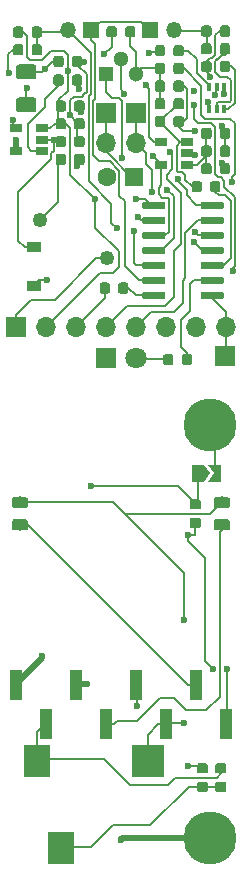
<source format=gbr>
G04 #@! TF.GenerationSoftware,KiCad,Pcbnew,5.99.0-unknown-c3175b4~86~ubuntu16.04.1*
G04 #@! TF.CreationDate,2019-12-09T10:27:28-08:00*
G04 #@! TF.ProjectId,wogglebug,776f6767-6c65-4627-9567-2e6b69636164,rev?*
G04 #@! TF.SameCoordinates,Original*
G04 #@! TF.FileFunction,Copper,L2,Bot*
G04 #@! TF.FilePolarity,Positive*
%FSLAX46Y46*%
G04 Gerber Fmt 4.6, Leading zero omitted, Abs format (unit mm)*
G04 Created by KiCad (PCBNEW 5.99.0-unknown-c3175b4~86~ubuntu16.04.1) date 2019-12-09 10:27:28*
%MOMM*%
%LPD*%
G04 APERTURE LIST*
%ADD10C,0.600000*%
%ADD11C,1.250000*%
%ADD12C,0.300000*%
%ADD13C,0.100000*%
%ADD14C,0.875000*%
%ADD15C,4.500000*%
%ADD16C,1.600000*%
%ADD17R,1.600000X1.600000*%
%ADD18O,1.350000X1.350000*%
%ADD19R,1.350000X1.350000*%
%ADD20R,1.700000X1.700000*%
%ADD21O,1.700000X1.700000*%
%ADD22R,1.200000X0.900000*%
%ADD23R,1.300000X1.300000*%
%ADD24C,1.300000*%
%ADD25R,1.060000X0.650000*%
%ADD26R,0.400000X0.650000*%
%ADD27R,2.800000X2.800000*%
%ADD28R,2.200000X2.800000*%
%ADD29C,1.800000*%
%ADD30R,1.800000X1.800000*%
%ADD31R,1.000000X2.510000*%
%ADD32C,0.975000*%
%ADD33C,0.150000*%
%ADD34C,0.500000*%
G04 APERTURE END LIST*
D10*
X147450000Y-139650000D03*
D11*
X143185417Y-117125000D03*
X148814583Y-120375000D03*
D12*
X156550000Y-138600000D03*
D13*
G36*
X157550000Y-138600000D02*
G01*
X157050000Y-139350000D01*
X156050000Y-139350000D01*
X156050000Y-137850000D01*
X157050000Y-137850000D01*
X157550000Y-138600000D01*
X157550000Y-138600000D01*
G37*
D12*
X158000000Y-138600000D03*
D13*
G36*
X158500000Y-139350000D02*
G01*
X157350000Y-139350000D01*
X157850000Y-138600000D01*
X157350000Y-137850000D01*
X158500000Y-137850000D01*
X158500000Y-139350000D01*
X158500000Y-139350000D01*
G37*
G36*
X156639962Y-140791651D02*
G01*
X156710930Y-140839070D01*
X156758349Y-140910038D01*
X156775000Y-140993750D01*
X156775000Y-141431250D01*
X156758349Y-141514962D01*
X156710930Y-141585930D01*
X156639962Y-141633349D01*
X156556250Y-141650000D01*
X156043750Y-141650000D01*
X155960038Y-141633349D01*
X155889070Y-141585930D01*
X155841651Y-141514962D01*
X155825000Y-141431250D01*
X155825000Y-140993750D01*
X155841651Y-140910038D01*
X155889070Y-140839070D01*
X155960038Y-140791651D01*
X156043750Y-140775000D01*
X156556250Y-140775000D01*
X156639962Y-140791651D01*
X156639962Y-140791651D01*
G37*
D14*
X156300000Y-141212500D03*
D13*
G36*
X156639962Y-142366651D02*
G01*
X156710930Y-142414070D01*
X156758349Y-142485038D01*
X156775000Y-142568750D01*
X156775000Y-143006250D01*
X156758349Y-143089962D01*
X156710930Y-143160930D01*
X156639962Y-143208349D01*
X156556250Y-143225000D01*
X156043750Y-143225000D01*
X155960038Y-143208349D01*
X155889070Y-143160930D01*
X155841651Y-143089962D01*
X155825000Y-143006250D01*
X155825000Y-142568750D01*
X155841651Y-142485038D01*
X155889070Y-142414070D01*
X155960038Y-142366651D01*
X156043750Y-142350000D01*
X156556250Y-142350000D01*
X156639962Y-142366651D01*
X156639962Y-142366651D01*
G37*
D14*
X156300000Y-142787500D03*
D15*
X157500000Y-134500000D03*
X157500000Y-169500000D03*
D13*
G36*
X148927462Y-122441651D02*
G01*
X148998430Y-122489070D01*
X149045849Y-122560038D01*
X149062500Y-122643750D01*
X149062500Y-123156250D01*
X149045849Y-123239962D01*
X148998430Y-123310930D01*
X148927462Y-123358349D01*
X148843750Y-123375000D01*
X148406250Y-123375000D01*
X148322538Y-123358349D01*
X148251570Y-123310930D01*
X148204151Y-123239962D01*
X148187500Y-123156250D01*
X148187500Y-122643750D01*
X148204151Y-122560038D01*
X148251570Y-122489070D01*
X148322538Y-122441651D01*
X148406250Y-122425000D01*
X148843750Y-122425000D01*
X148927462Y-122441651D01*
X148927462Y-122441651D01*
G37*
D14*
X148625000Y-122900000D03*
D13*
G36*
X150502462Y-122441651D02*
G01*
X150573430Y-122489070D01*
X150620849Y-122560038D01*
X150637500Y-122643750D01*
X150637500Y-123156250D01*
X150620849Y-123239962D01*
X150573430Y-123310930D01*
X150502462Y-123358349D01*
X150418750Y-123375000D01*
X149981250Y-123375000D01*
X149897538Y-123358349D01*
X149826570Y-123310930D01*
X149779151Y-123239962D01*
X149762500Y-123156250D01*
X149762500Y-122643750D01*
X149779151Y-122560038D01*
X149826570Y-122489070D01*
X149897538Y-122441651D01*
X149981250Y-122425000D01*
X150418750Y-122425000D01*
X150502462Y-122441651D01*
X150502462Y-122441651D01*
G37*
D14*
X150200000Y-122900000D03*
D13*
G36*
X145014962Y-104841651D02*
G01*
X145085930Y-104889070D01*
X145133349Y-104960038D01*
X145150000Y-105043750D01*
X145150000Y-105556250D01*
X145133349Y-105639962D01*
X145085930Y-105710930D01*
X145014962Y-105758349D01*
X144931250Y-105775000D01*
X144493750Y-105775000D01*
X144410038Y-105758349D01*
X144339070Y-105710930D01*
X144291651Y-105639962D01*
X144275000Y-105556250D01*
X144275000Y-105043750D01*
X144291651Y-104960038D01*
X144339070Y-104889070D01*
X144410038Y-104841651D01*
X144493750Y-104825000D01*
X144931250Y-104825000D01*
X145014962Y-104841651D01*
X145014962Y-104841651D01*
G37*
D14*
X144712500Y-105300000D03*
D13*
G36*
X146589962Y-104841651D02*
G01*
X146660930Y-104889070D01*
X146708349Y-104960038D01*
X146725000Y-105043750D01*
X146725000Y-105556250D01*
X146708349Y-105639962D01*
X146660930Y-105710930D01*
X146589962Y-105758349D01*
X146506250Y-105775000D01*
X146068750Y-105775000D01*
X145985038Y-105758349D01*
X145914070Y-105710930D01*
X145866651Y-105639962D01*
X145850000Y-105556250D01*
X145850000Y-105043750D01*
X145866651Y-104960038D01*
X145914070Y-104889070D01*
X145985038Y-104841651D01*
X146068750Y-104825000D01*
X146506250Y-104825000D01*
X146589962Y-104841651D01*
X146589962Y-104841651D01*
G37*
D14*
X146287500Y-105300000D03*
D13*
G36*
X159109962Y-112341651D02*
G01*
X159180930Y-112389070D01*
X159228349Y-112460038D01*
X159245000Y-112543750D01*
X159245000Y-113056250D01*
X159228349Y-113139962D01*
X159180930Y-113210930D01*
X159109962Y-113258349D01*
X159026250Y-113275000D01*
X158588750Y-113275000D01*
X158505038Y-113258349D01*
X158434070Y-113210930D01*
X158386651Y-113139962D01*
X158370000Y-113056250D01*
X158370000Y-112543750D01*
X158386651Y-112460038D01*
X158434070Y-112389070D01*
X158505038Y-112341651D01*
X158588750Y-112325000D01*
X159026250Y-112325000D01*
X159109962Y-112341651D01*
X159109962Y-112341651D01*
G37*
D14*
X158807500Y-112800000D03*
D13*
G36*
X157534962Y-112341651D02*
G01*
X157605930Y-112389070D01*
X157653349Y-112460038D01*
X157670000Y-112543750D01*
X157670000Y-113056250D01*
X157653349Y-113139962D01*
X157605930Y-113210930D01*
X157534962Y-113258349D01*
X157451250Y-113275000D01*
X157013750Y-113275000D01*
X156930038Y-113258349D01*
X156859070Y-113210930D01*
X156811651Y-113139962D01*
X156795000Y-113056250D01*
X156795000Y-112543750D01*
X156811651Y-112460038D01*
X156859070Y-112389070D01*
X156930038Y-112341651D01*
X157013750Y-112325000D01*
X157451250Y-112325000D01*
X157534962Y-112341651D01*
X157534962Y-112341651D01*
G37*
D14*
X157232500Y-112800000D03*
D13*
G36*
X145014962Y-103241651D02*
G01*
X145085930Y-103289070D01*
X145133349Y-103360038D01*
X145150000Y-103443750D01*
X145150000Y-103956250D01*
X145133349Y-104039962D01*
X145085930Y-104110930D01*
X145014962Y-104158349D01*
X144931250Y-104175000D01*
X144493750Y-104175000D01*
X144410038Y-104158349D01*
X144339070Y-104110930D01*
X144291651Y-104039962D01*
X144275000Y-103956250D01*
X144275000Y-103443750D01*
X144291651Y-103360038D01*
X144339070Y-103289070D01*
X144410038Y-103241651D01*
X144493750Y-103225000D01*
X144931250Y-103225000D01*
X145014962Y-103241651D01*
X145014962Y-103241651D01*
G37*
D14*
X144712500Y-103700000D03*
D13*
G36*
X146589962Y-103241651D02*
G01*
X146660930Y-103289070D01*
X146708349Y-103360038D01*
X146725000Y-103443750D01*
X146725000Y-103956250D01*
X146708349Y-104039962D01*
X146660930Y-104110930D01*
X146589962Y-104158349D01*
X146506250Y-104175000D01*
X146068750Y-104175000D01*
X145985038Y-104158349D01*
X145914070Y-104110930D01*
X145866651Y-104039962D01*
X145850000Y-103956250D01*
X145850000Y-103443750D01*
X145866651Y-103360038D01*
X145914070Y-103289070D01*
X145985038Y-103241651D01*
X146068750Y-103225000D01*
X146506250Y-103225000D01*
X146589962Y-103241651D01*
X146589962Y-103241651D01*
G37*
D14*
X146287500Y-103700000D03*
D16*
X148800000Y-113500000D03*
D17*
X151100000Y-113500000D03*
D18*
X145500000Y-101100000D03*
D19*
X147500000Y-101100000D03*
D13*
G36*
X155189962Y-103841651D02*
G01*
X155260930Y-103889070D01*
X155308349Y-103960038D01*
X155325000Y-104043750D01*
X155325000Y-104556250D01*
X155308349Y-104639962D01*
X155260930Y-104710930D01*
X155189962Y-104758349D01*
X155106250Y-104775000D01*
X154668750Y-104775000D01*
X154585038Y-104758349D01*
X154514070Y-104710930D01*
X154466651Y-104639962D01*
X154450000Y-104556250D01*
X154450000Y-104043750D01*
X154466651Y-103960038D01*
X154514070Y-103889070D01*
X154585038Y-103841651D01*
X154668750Y-103825000D01*
X155106250Y-103825000D01*
X155189962Y-103841651D01*
X155189962Y-103841651D01*
G37*
D14*
X154887500Y-104300000D03*
D13*
G36*
X153614962Y-103841651D02*
G01*
X153685930Y-103889070D01*
X153733349Y-103960038D01*
X153750000Y-104043750D01*
X153750000Y-104556250D01*
X153733349Y-104639962D01*
X153685930Y-104710930D01*
X153614962Y-104758349D01*
X153531250Y-104775000D01*
X153093750Y-104775000D01*
X153010038Y-104758349D01*
X152939070Y-104710930D01*
X152891651Y-104639962D01*
X152875000Y-104556250D01*
X152875000Y-104043750D01*
X152891651Y-103960038D01*
X152939070Y-103889070D01*
X153010038Y-103841651D01*
X153093750Y-103825000D01*
X153531250Y-103825000D01*
X153614962Y-103841651D01*
X153614962Y-103841651D01*
G37*
D14*
X153312500Y-104300000D03*
D20*
X148735000Y-108060000D03*
D21*
X148735000Y-110600000D03*
D20*
X151275000Y-108060000D03*
D21*
X151275000Y-110600000D03*
D13*
G36*
X159109962Y-100691651D02*
G01*
X159180930Y-100739070D01*
X159228349Y-100810038D01*
X159245000Y-100893750D01*
X159245000Y-101406250D01*
X159228349Y-101489962D01*
X159180930Y-101560930D01*
X159109962Y-101608349D01*
X159026250Y-101625000D01*
X158588750Y-101625000D01*
X158505038Y-101608349D01*
X158434070Y-101560930D01*
X158386651Y-101489962D01*
X158370000Y-101406250D01*
X158370000Y-100893750D01*
X158386651Y-100810038D01*
X158434070Y-100739070D01*
X158505038Y-100691651D01*
X158588750Y-100675000D01*
X159026250Y-100675000D01*
X159109962Y-100691651D01*
X159109962Y-100691651D01*
G37*
D14*
X158807500Y-101150000D03*
D13*
G36*
X157534962Y-100691651D02*
G01*
X157605930Y-100739070D01*
X157653349Y-100810038D01*
X157670000Y-100893750D01*
X157670000Y-101406250D01*
X157653349Y-101489962D01*
X157605930Y-101560930D01*
X157534962Y-101608349D01*
X157451250Y-101625000D01*
X157013750Y-101625000D01*
X156930038Y-101608349D01*
X156859070Y-101560930D01*
X156811651Y-101489962D01*
X156795000Y-101406250D01*
X156795000Y-100893750D01*
X156811651Y-100810038D01*
X156859070Y-100739070D01*
X156930038Y-100691651D01*
X157013750Y-100675000D01*
X157451250Y-100675000D01*
X157534962Y-100691651D01*
X157534962Y-100691651D01*
G37*
D14*
X157232500Y-101150000D03*
D13*
G36*
X145214962Y-107041651D02*
G01*
X145285930Y-107089070D01*
X145333349Y-107160038D01*
X145350000Y-107243750D01*
X145350000Y-107756250D01*
X145333349Y-107839962D01*
X145285930Y-107910930D01*
X145214962Y-107958349D01*
X145131250Y-107975000D01*
X144693750Y-107975000D01*
X144610038Y-107958349D01*
X144539070Y-107910930D01*
X144491651Y-107839962D01*
X144475000Y-107756250D01*
X144475000Y-107243750D01*
X144491651Y-107160038D01*
X144539070Y-107089070D01*
X144610038Y-107041651D01*
X144693750Y-107025000D01*
X145131250Y-107025000D01*
X145214962Y-107041651D01*
X145214962Y-107041651D01*
G37*
D14*
X144912500Y-107500000D03*
D13*
G36*
X146789962Y-107041651D02*
G01*
X146860930Y-107089070D01*
X146908349Y-107160038D01*
X146925000Y-107243750D01*
X146925000Y-107756250D01*
X146908349Y-107839962D01*
X146860930Y-107910930D01*
X146789962Y-107958349D01*
X146706250Y-107975000D01*
X146268750Y-107975000D01*
X146185038Y-107958349D01*
X146114070Y-107910930D01*
X146066651Y-107839962D01*
X146050000Y-107756250D01*
X146050000Y-107243750D01*
X146066651Y-107160038D01*
X146114070Y-107089070D01*
X146185038Y-107041651D01*
X146268750Y-107025000D01*
X146706250Y-107025000D01*
X146789962Y-107041651D01*
X146789962Y-107041651D01*
G37*
D14*
X146487500Y-107500000D03*
D21*
X158900000Y-126200000D03*
X156360000Y-126200000D03*
X153820000Y-126200000D03*
X151280000Y-126200000D03*
X148740000Y-126200000D03*
X146200000Y-126200000D03*
X143660000Y-126200000D03*
D20*
X141120000Y-126200000D03*
D13*
G36*
X156714962Y-113841651D02*
G01*
X156785930Y-113889070D01*
X156833349Y-113960038D01*
X156850000Y-114043750D01*
X156850000Y-114556250D01*
X156833349Y-114639962D01*
X156785930Y-114710930D01*
X156714962Y-114758349D01*
X156631250Y-114775000D01*
X156193750Y-114775000D01*
X156110038Y-114758349D01*
X156039070Y-114710930D01*
X155991651Y-114639962D01*
X155975000Y-114556250D01*
X155975000Y-114043750D01*
X155991651Y-113960038D01*
X156039070Y-113889070D01*
X156110038Y-113841651D01*
X156193750Y-113825000D01*
X156631250Y-113825000D01*
X156714962Y-113841651D01*
X156714962Y-113841651D01*
G37*
D14*
X156412500Y-114300000D03*
D13*
G36*
X158289962Y-113841651D02*
G01*
X158360930Y-113889070D01*
X158408349Y-113960038D01*
X158425000Y-114043750D01*
X158425000Y-114556250D01*
X158408349Y-114639962D01*
X158360930Y-114710930D01*
X158289962Y-114758349D01*
X158206250Y-114775000D01*
X157768750Y-114775000D01*
X157685038Y-114758349D01*
X157614070Y-114710930D01*
X157566651Y-114639962D01*
X157550000Y-114556250D01*
X157550000Y-114043750D01*
X157566651Y-113960038D01*
X157614070Y-113889070D01*
X157685038Y-113841651D01*
X157768750Y-113825000D01*
X158206250Y-113825000D01*
X158289962Y-113841651D01*
X158289962Y-113841651D01*
G37*
D14*
X157987500Y-114300000D03*
D13*
G36*
X149514962Y-100741651D02*
G01*
X149585930Y-100789070D01*
X149633349Y-100860038D01*
X149650000Y-100943750D01*
X149650000Y-101456250D01*
X149633349Y-101539962D01*
X149585930Y-101610930D01*
X149514962Y-101658349D01*
X149431250Y-101675000D01*
X148993750Y-101675000D01*
X148910038Y-101658349D01*
X148839070Y-101610930D01*
X148791651Y-101539962D01*
X148775000Y-101456250D01*
X148775000Y-100943750D01*
X148791651Y-100860038D01*
X148839070Y-100789070D01*
X148910038Y-100741651D01*
X148993750Y-100725000D01*
X149431250Y-100725000D01*
X149514962Y-100741651D01*
X149514962Y-100741651D01*
G37*
D14*
X149212500Y-101200000D03*
D13*
G36*
X151089962Y-100741651D02*
G01*
X151160930Y-100789070D01*
X151208349Y-100860038D01*
X151225000Y-100943750D01*
X151225000Y-101456250D01*
X151208349Y-101539962D01*
X151160930Y-101610930D01*
X151089962Y-101658349D01*
X151006250Y-101675000D01*
X150568750Y-101675000D01*
X150485038Y-101658349D01*
X150414070Y-101610930D01*
X150366651Y-101539962D01*
X150350000Y-101456250D01*
X150350000Y-100943750D01*
X150366651Y-100860038D01*
X150414070Y-100789070D01*
X150485038Y-100741651D01*
X150568750Y-100725000D01*
X151006250Y-100725000D01*
X151089962Y-100741651D01*
X151089962Y-100741651D01*
G37*
D14*
X150787500Y-101200000D03*
D22*
X142600000Y-122750000D03*
X142600000Y-119450000D03*
D13*
G36*
X141595462Y-102271651D02*
G01*
X141666430Y-102319070D01*
X141713849Y-102390038D01*
X141730500Y-102473750D01*
X141730500Y-102986250D01*
X141713849Y-103069962D01*
X141666430Y-103140930D01*
X141595462Y-103188349D01*
X141511750Y-103205000D01*
X141074250Y-103205000D01*
X140990538Y-103188349D01*
X140919570Y-103140930D01*
X140872151Y-103069962D01*
X140855500Y-102986250D01*
X140855500Y-102473750D01*
X140872151Y-102390038D01*
X140919570Y-102319070D01*
X140990538Y-102271651D01*
X141074250Y-102255000D01*
X141511750Y-102255000D01*
X141595462Y-102271651D01*
X141595462Y-102271651D01*
G37*
D14*
X141293000Y-102730000D03*
D13*
G36*
X143170462Y-102271651D02*
G01*
X143241430Y-102319070D01*
X143288849Y-102390038D01*
X143305500Y-102473750D01*
X143305500Y-102986250D01*
X143288849Y-103069962D01*
X143241430Y-103140930D01*
X143170462Y-103188349D01*
X143086750Y-103205000D01*
X142649250Y-103205000D01*
X142565538Y-103188349D01*
X142494570Y-103140930D01*
X142447151Y-103069962D01*
X142430500Y-102986250D01*
X142430500Y-102473750D01*
X142447151Y-102390038D01*
X142494570Y-102319070D01*
X142565538Y-102271651D01*
X142649250Y-102255000D01*
X143086750Y-102255000D01*
X143170462Y-102271651D01*
X143170462Y-102271651D01*
G37*
D14*
X142868000Y-102730000D03*
D13*
G36*
X146789962Y-110041651D02*
G01*
X146860930Y-110089070D01*
X146908349Y-110160038D01*
X146925000Y-110243750D01*
X146925000Y-110756250D01*
X146908349Y-110839962D01*
X146860930Y-110910930D01*
X146789962Y-110958349D01*
X146706250Y-110975000D01*
X146268750Y-110975000D01*
X146185038Y-110958349D01*
X146114070Y-110910930D01*
X146066651Y-110839962D01*
X146050000Y-110756250D01*
X146050000Y-110243750D01*
X146066651Y-110160038D01*
X146114070Y-110089070D01*
X146185038Y-110041651D01*
X146268750Y-110025000D01*
X146706250Y-110025000D01*
X146789962Y-110041651D01*
X146789962Y-110041651D01*
G37*
D14*
X146487500Y-110500000D03*
D13*
G36*
X145214962Y-110041651D02*
G01*
X145285930Y-110089070D01*
X145333349Y-110160038D01*
X145350000Y-110243750D01*
X145350000Y-110756250D01*
X145333349Y-110839962D01*
X145285930Y-110910930D01*
X145214962Y-110958349D01*
X145131250Y-110975000D01*
X144693750Y-110975000D01*
X144610038Y-110958349D01*
X144539070Y-110910930D01*
X144491651Y-110839962D01*
X144475000Y-110756250D01*
X144475000Y-110243750D01*
X144491651Y-110160038D01*
X144539070Y-110089070D01*
X144610038Y-110041651D01*
X144693750Y-110025000D01*
X145131250Y-110025000D01*
X145214962Y-110041651D01*
X145214962Y-110041651D01*
G37*
D14*
X144912500Y-110500000D03*
D13*
G36*
X153657403Y-115601418D02*
G01*
X153706066Y-115633934D01*
X153738582Y-115682597D01*
X153750000Y-115740000D01*
X153750000Y-116040000D01*
X153738582Y-116097403D01*
X153706066Y-116146066D01*
X153657403Y-116178582D01*
X153600000Y-116190000D01*
X151950000Y-116190000D01*
X151892597Y-116178582D01*
X151843934Y-116146066D01*
X151811418Y-116097403D01*
X151800000Y-116040000D01*
X151800000Y-115740000D01*
X151811418Y-115682597D01*
X151843934Y-115633934D01*
X151892597Y-115601418D01*
X151950000Y-115590000D01*
X153600000Y-115590000D01*
X153657403Y-115601418D01*
X153657403Y-115601418D01*
G37*
D10*
X152775000Y-115890000D03*
D13*
G36*
X153657403Y-116871418D02*
G01*
X153706066Y-116903934D01*
X153738582Y-116952597D01*
X153750000Y-117010000D01*
X153750000Y-117310000D01*
X153738582Y-117367403D01*
X153706066Y-117416066D01*
X153657403Y-117448582D01*
X153600000Y-117460000D01*
X151950000Y-117460000D01*
X151892597Y-117448582D01*
X151843934Y-117416066D01*
X151811418Y-117367403D01*
X151800000Y-117310000D01*
X151800000Y-117010000D01*
X151811418Y-116952597D01*
X151843934Y-116903934D01*
X151892597Y-116871418D01*
X151950000Y-116860000D01*
X153600000Y-116860000D01*
X153657403Y-116871418D01*
X153657403Y-116871418D01*
G37*
D10*
X152775000Y-117160000D03*
D13*
G36*
X153657403Y-118141418D02*
G01*
X153706066Y-118173934D01*
X153738582Y-118222597D01*
X153750000Y-118280000D01*
X153750000Y-118580000D01*
X153738582Y-118637403D01*
X153706066Y-118686066D01*
X153657403Y-118718582D01*
X153600000Y-118730000D01*
X151950000Y-118730000D01*
X151892597Y-118718582D01*
X151843934Y-118686066D01*
X151811418Y-118637403D01*
X151800000Y-118580000D01*
X151800000Y-118280000D01*
X151811418Y-118222597D01*
X151843934Y-118173934D01*
X151892597Y-118141418D01*
X151950000Y-118130000D01*
X153600000Y-118130000D01*
X153657403Y-118141418D01*
X153657403Y-118141418D01*
G37*
D10*
X152775000Y-118430000D03*
D13*
G36*
X153657403Y-119411418D02*
G01*
X153706066Y-119443934D01*
X153738582Y-119492597D01*
X153750000Y-119550000D01*
X153750000Y-119850000D01*
X153738582Y-119907403D01*
X153706066Y-119956066D01*
X153657403Y-119988582D01*
X153600000Y-120000000D01*
X151950000Y-120000000D01*
X151892597Y-119988582D01*
X151843934Y-119956066D01*
X151811418Y-119907403D01*
X151800000Y-119850000D01*
X151800000Y-119550000D01*
X151811418Y-119492597D01*
X151843934Y-119443934D01*
X151892597Y-119411418D01*
X151950000Y-119400000D01*
X153600000Y-119400000D01*
X153657403Y-119411418D01*
X153657403Y-119411418D01*
G37*
D10*
X152775000Y-119700000D03*
D13*
G36*
X153657403Y-120681418D02*
G01*
X153706066Y-120713934D01*
X153738582Y-120762597D01*
X153750000Y-120820000D01*
X153750000Y-121120000D01*
X153738582Y-121177403D01*
X153706066Y-121226066D01*
X153657403Y-121258582D01*
X153600000Y-121270000D01*
X151950000Y-121270000D01*
X151892597Y-121258582D01*
X151843934Y-121226066D01*
X151811418Y-121177403D01*
X151800000Y-121120000D01*
X151800000Y-120820000D01*
X151811418Y-120762597D01*
X151843934Y-120713934D01*
X151892597Y-120681418D01*
X151950000Y-120670000D01*
X153600000Y-120670000D01*
X153657403Y-120681418D01*
X153657403Y-120681418D01*
G37*
D10*
X152775000Y-120970000D03*
D13*
G36*
X153657403Y-121951418D02*
G01*
X153706066Y-121983934D01*
X153738582Y-122032597D01*
X153750000Y-122090000D01*
X153750000Y-122390000D01*
X153738582Y-122447403D01*
X153706066Y-122496066D01*
X153657403Y-122528582D01*
X153600000Y-122540000D01*
X151950000Y-122540000D01*
X151892597Y-122528582D01*
X151843934Y-122496066D01*
X151811418Y-122447403D01*
X151800000Y-122390000D01*
X151800000Y-122090000D01*
X151811418Y-122032597D01*
X151843934Y-121983934D01*
X151892597Y-121951418D01*
X151950000Y-121940000D01*
X153600000Y-121940000D01*
X153657403Y-121951418D01*
X153657403Y-121951418D01*
G37*
D10*
X152775000Y-122240000D03*
D13*
G36*
X153657403Y-123221418D02*
G01*
X153706066Y-123253934D01*
X153738582Y-123302597D01*
X153750000Y-123360000D01*
X153750000Y-123660000D01*
X153738582Y-123717403D01*
X153706066Y-123766066D01*
X153657403Y-123798582D01*
X153600000Y-123810000D01*
X151950000Y-123810000D01*
X151892597Y-123798582D01*
X151843934Y-123766066D01*
X151811418Y-123717403D01*
X151800000Y-123660000D01*
X151800000Y-123360000D01*
X151811418Y-123302597D01*
X151843934Y-123253934D01*
X151892597Y-123221418D01*
X151950000Y-123210000D01*
X153600000Y-123210000D01*
X153657403Y-123221418D01*
X153657403Y-123221418D01*
G37*
D10*
X152775000Y-123510000D03*
D13*
G36*
X158607403Y-123221418D02*
G01*
X158656066Y-123253934D01*
X158688582Y-123302597D01*
X158700000Y-123360000D01*
X158700000Y-123660000D01*
X158688582Y-123717403D01*
X158656066Y-123766066D01*
X158607403Y-123798582D01*
X158550000Y-123810000D01*
X156900000Y-123810000D01*
X156842597Y-123798582D01*
X156793934Y-123766066D01*
X156761418Y-123717403D01*
X156750000Y-123660000D01*
X156750000Y-123360000D01*
X156761418Y-123302597D01*
X156793934Y-123253934D01*
X156842597Y-123221418D01*
X156900000Y-123210000D01*
X158550000Y-123210000D01*
X158607403Y-123221418D01*
X158607403Y-123221418D01*
G37*
D10*
X157725000Y-123510000D03*
D13*
G36*
X158607403Y-121951418D02*
G01*
X158656066Y-121983934D01*
X158688582Y-122032597D01*
X158700000Y-122090000D01*
X158700000Y-122390000D01*
X158688582Y-122447403D01*
X158656066Y-122496066D01*
X158607403Y-122528582D01*
X158550000Y-122540000D01*
X156900000Y-122540000D01*
X156842597Y-122528582D01*
X156793934Y-122496066D01*
X156761418Y-122447403D01*
X156750000Y-122390000D01*
X156750000Y-122090000D01*
X156761418Y-122032597D01*
X156793934Y-121983934D01*
X156842597Y-121951418D01*
X156900000Y-121940000D01*
X158550000Y-121940000D01*
X158607403Y-121951418D01*
X158607403Y-121951418D01*
G37*
D10*
X157725000Y-122240000D03*
D13*
G36*
X158607403Y-120681418D02*
G01*
X158656066Y-120713934D01*
X158688582Y-120762597D01*
X158700000Y-120820000D01*
X158700000Y-121120000D01*
X158688582Y-121177403D01*
X158656066Y-121226066D01*
X158607403Y-121258582D01*
X158550000Y-121270000D01*
X156900000Y-121270000D01*
X156842597Y-121258582D01*
X156793934Y-121226066D01*
X156761418Y-121177403D01*
X156750000Y-121120000D01*
X156750000Y-120820000D01*
X156761418Y-120762597D01*
X156793934Y-120713934D01*
X156842597Y-120681418D01*
X156900000Y-120670000D01*
X158550000Y-120670000D01*
X158607403Y-120681418D01*
X158607403Y-120681418D01*
G37*
D10*
X157725000Y-120970000D03*
D13*
G36*
X158607403Y-119411418D02*
G01*
X158656066Y-119443934D01*
X158688582Y-119492597D01*
X158700000Y-119550000D01*
X158700000Y-119850000D01*
X158688582Y-119907403D01*
X158656066Y-119956066D01*
X158607403Y-119988582D01*
X158550000Y-120000000D01*
X156900000Y-120000000D01*
X156842597Y-119988582D01*
X156793934Y-119956066D01*
X156761418Y-119907403D01*
X156750000Y-119850000D01*
X156750000Y-119550000D01*
X156761418Y-119492597D01*
X156793934Y-119443934D01*
X156842597Y-119411418D01*
X156900000Y-119400000D01*
X158550000Y-119400000D01*
X158607403Y-119411418D01*
X158607403Y-119411418D01*
G37*
D10*
X157725000Y-119700000D03*
D13*
G36*
X158607403Y-118141418D02*
G01*
X158656066Y-118173934D01*
X158688582Y-118222597D01*
X158700000Y-118280000D01*
X158700000Y-118580000D01*
X158688582Y-118637403D01*
X158656066Y-118686066D01*
X158607403Y-118718582D01*
X158550000Y-118730000D01*
X156900000Y-118730000D01*
X156842597Y-118718582D01*
X156793934Y-118686066D01*
X156761418Y-118637403D01*
X156750000Y-118580000D01*
X156750000Y-118280000D01*
X156761418Y-118222597D01*
X156793934Y-118173934D01*
X156842597Y-118141418D01*
X156900000Y-118130000D01*
X158550000Y-118130000D01*
X158607403Y-118141418D01*
X158607403Y-118141418D01*
G37*
D10*
X157725000Y-118430000D03*
D13*
G36*
X158607403Y-116871418D02*
G01*
X158656066Y-116903934D01*
X158688582Y-116952597D01*
X158700000Y-117010000D01*
X158700000Y-117310000D01*
X158688582Y-117367403D01*
X158656066Y-117416066D01*
X158607403Y-117448582D01*
X158550000Y-117460000D01*
X156900000Y-117460000D01*
X156842597Y-117448582D01*
X156793934Y-117416066D01*
X156761418Y-117367403D01*
X156750000Y-117310000D01*
X156750000Y-117010000D01*
X156761418Y-116952597D01*
X156793934Y-116903934D01*
X156842597Y-116871418D01*
X156900000Y-116860000D01*
X158550000Y-116860000D01*
X158607403Y-116871418D01*
X158607403Y-116871418D01*
G37*
D10*
X157725000Y-117160000D03*
D13*
G36*
X158607403Y-115601418D02*
G01*
X158656066Y-115633934D01*
X158688582Y-115682597D01*
X158700000Y-115740000D01*
X158700000Y-116040000D01*
X158688582Y-116097403D01*
X158656066Y-116146066D01*
X158607403Y-116178582D01*
X158550000Y-116190000D01*
X156900000Y-116190000D01*
X156842597Y-116178582D01*
X156793934Y-116146066D01*
X156761418Y-116097403D01*
X156750000Y-116040000D01*
X156750000Y-115740000D01*
X156761418Y-115682597D01*
X156793934Y-115633934D01*
X156842597Y-115601418D01*
X156900000Y-115590000D01*
X158550000Y-115590000D01*
X158607403Y-115601418D01*
X158607403Y-115601418D01*
G37*
D10*
X157725000Y-115890000D03*
D23*
X148750000Y-104750000D03*
D24*
X151290000Y-104750000D03*
X150020000Y-103480000D03*
D13*
G36*
X155189962Y-108341651D02*
G01*
X155260930Y-108389070D01*
X155308349Y-108460038D01*
X155325000Y-108543750D01*
X155325000Y-109056250D01*
X155308349Y-109139962D01*
X155260930Y-109210930D01*
X155189962Y-109258349D01*
X155106250Y-109275000D01*
X154668750Y-109275000D01*
X154585038Y-109258349D01*
X154514070Y-109210930D01*
X154466651Y-109139962D01*
X154450000Y-109056250D01*
X154450000Y-108543750D01*
X154466651Y-108460038D01*
X154514070Y-108389070D01*
X154585038Y-108341651D01*
X154668750Y-108325000D01*
X155106250Y-108325000D01*
X155189962Y-108341651D01*
X155189962Y-108341651D01*
G37*
D14*
X154887500Y-108800000D03*
D13*
G36*
X153614962Y-108341651D02*
G01*
X153685930Y-108389070D01*
X153733349Y-108460038D01*
X153750000Y-108543750D01*
X153750000Y-109056250D01*
X153733349Y-109139962D01*
X153685930Y-109210930D01*
X153614962Y-109258349D01*
X153531250Y-109275000D01*
X153093750Y-109275000D01*
X153010038Y-109258349D01*
X152939070Y-109210930D01*
X152891651Y-109139962D01*
X152875000Y-109056250D01*
X152875000Y-108543750D01*
X152891651Y-108460038D01*
X152939070Y-108389070D01*
X153010038Y-108341651D01*
X153093750Y-108325000D01*
X153531250Y-108325000D01*
X153614962Y-108341651D01*
X153614962Y-108341651D01*
G37*
D14*
X153312500Y-108800000D03*
D13*
G36*
X142695671Y-106794030D02*
G01*
X142776777Y-106848223D01*
X142830970Y-106929329D01*
X142850000Y-107025000D01*
X142850000Y-107775000D01*
X142830970Y-107870671D01*
X142776777Y-107951777D01*
X142695671Y-108005970D01*
X142600000Y-108025000D01*
X141350000Y-108025000D01*
X141254329Y-108005970D01*
X141173223Y-107951777D01*
X141119030Y-107870671D01*
X141100000Y-107775000D01*
X141100000Y-107025000D01*
X141119030Y-106929329D01*
X141173223Y-106848223D01*
X141254329Y-106794030D01*
X141350000Y-106775000D01*
X142600000Y-106775000D01*
X142695671Y-106794030D01*
X142695671Y-106794030D01*
G37*
D11*
X141975000Y-107400000D03*
D13*
G36*
X142695671Y-103994030D02*
G01*
X142776777Y-104048223D01*
X142830970Y-104129329D01*
X142850000Y-104225000D01*
X142850000Y-104975000D01*
X142830970Y-105070671D01*
X142776777Y-105151777D01*
X142695671Y-105205970D01*
X142600000Y-105225000D01*
X141350000Y-105225000D01*
X141254329Y-105205970D01*
X141173223Y-105151777D01*
X141119030Y-105070671D01*
X141100000Y-104975000D01*
X141100000Y-104225000D01*
X141119030Y-104129329D01*
X141173223Y-104048223D01*
X141254329Y-103994030D01*
X141350000Y-103975000D01*
X142600000Y-103975000D01*
X142695671Y-103994030D01*
X142695671Y-103994030D01*
G37*
D11*
X141975000Y-104600000D03*
D13*
G36*
X141595462Y-100771651D02*
G01*
X141666430Y-100819070D01*
X141713849Y-100890038D01*
X141730500Y-100973750D01*
X141730500Y-101486250D01*
X141713849Y-101569962D01*
X141666430Y-101640930D01*
X141595462Y-101688349D01*
X141511750Y-101705000D01*
X141074250Y-101705000D01*
X140990538Y-101688349D01*
X140919570Y-101640930D01*
X140872151Y-101569962D01*
X140855500Y-101486250D01*
X140855500Y-100973750D01*
X140872151Y-100890038D01*
X140919570Y-100819070D01*
X140990538Y-100771651D01*
X141074250Y-100755000D01*
X141511750Y-100755000D01*
X141595462Y-100771651D01*
X141595462Y-100771651D01*
G37*
D14*
X141293000Y-101230000D03*
D13*
G36*
X143170462Y-100771651D02*
G01*
X143241430Y-100819070D01*
X143288849Y-100890038D01*
X143305500Y-100973750D01*
X143305500Y-101486250D01*
X143288849Y-101569962D01*
X143241430Y-101640930D01*
X143170462Y-101688349D01*
X143086750Y-101705000D01*
X142649250Y-101705000D01*
X142565538Y-101688349D01*
X142494570Y-101640930D01*
X142447151Y-101569962D01*
X142430500Y-101486250D01*
X142430500Y-100973750D01*
X142447151Y-100890038D01*
X142494570Y-100819070D01*
X142565538Y-100771651D01*
X142649250Y-100755000D01*
X143086750Y-100755000D01*
X143170462Y-100771651D01*
X143170462Y-100771651D01*
G37*
D14*
X142868000Y-101230000D03*
D13*
G36*
X153614962Y-102341651D02*
G01*
X153685930Y-102389070D01*
X153733349Y-102460038D01*
X153750000Y-102543750D01*
X153750000Y-103056250D01*
X153733349Y-103139962D01*
X153685930Y-103210930D01*
X153614962Y-103258349D01*
X153531250Y-103275000D01*
X153093750Y-103275000D01*
X153010038Y-103258349D01*
X152939070Y-103210930D01*
X152891651Y-103139962D01*
X152875000Y-103056250D01*
X152875000Y-102543750D01*
X152891651Y-102460038D01*
X152939070Y-102389070D01*
X153010038Y-102341651D01*
X153093750Y-102325000D01*
X153531250Y-102325000D01*
X153614962Y-102341651D01*
X153614962Y-102341651D01*
G37*
D14*
X153312500Y-102800000D03*
D13*
G36*
X155189962Y-102341651D02*
G01*
X155260930Y-102389070D01*
X155308349Y-102460038D01*
X155325000Y-102543750D01*
X155325000Y-103056250D01*
X155308349Y-103139962D01*
X155260930Y-103210930D01*
X155189962Y-103258349D01*
X155106250Y-103275000D01*
X154668750Y-103275000D01*
X154585038Y-103258349D01*
X154514070Y-103210930D01*
X154466651Y-103139962D01*
X154450000Y-103056250D01*
X154450000Y-102543750D01*
X154466651Y-102460038D01*
X154514070Y-102389070D01*
X154585038Y-102341651D01*
X154668750Y-102325000D01*
X155106250Y-102325000D01*
X155189962Y-102341651D01*
X155189962Y-102341651D01*
G37*
D14*
X154887500Y-102800000D03*
D18*
X154500000Y-101100000D03*
D19*
X152500000Y-101100000D03*
D13*
G36*
X157534962Y-102191651D02*
G01*
X157605930Y-102239070D01*
X157653349Y-102310038D01*
X157670000Y-102393750D01*
X157670000Y-102906250D01*
X157653349Y-102989962D01*
X157605930Y-103060930D01*
X157534962Y-103108349D01*
X157451250Y-103125000D01*
X157013750Y-103125000D01*
X156930038Y-103108349D01*
X156859070Y-103060930D01*
X156811651Y-102989962D01*
X156795000Y-102906250D01*
X156795000Y-102393750D01*
X156811651Y-102310038D01*
X156859070Y-102239070D01*
X156930038Y-102191651D01*
X157013750Y-102175000D01*
X157451250Y-102175000D01*
X157534962Y-102191651D01*
X157534962Y-102191651D01*
G37*
D14*
X157232500Y-102650000D03*
D13*
G36*
X159109962Y-102191651D02*
G01*
X159180930Y-102239070D01*
X159228349Y-102310038D01*
X159245000Y-102393750D01*
X159245000Y-102906250D01*
X159228349Y-102989962D01*
X159180930Y-103060930D01*
X159109962Y-103108349D01*
X159026250Y-103125000D01*
X158588750Y-103125000D01*
X158505038Y-103108349D01*
X158434070Y-103060930D01*
X158386651Y-102989962D01*
X158370000Y-102906250D01*
X158370000Y-102393750D01*
X158386651Y-102310038D01*
X158434070Y-102239070D01*
X158505038Y-102191651D01*
X158588750Y-102175000D01*
X159026250Y-102175000D01*
X159109962Y-102191651D01*
X159109962Y-102191651D01*
G37*
D14*
X158807500Y-102650000D03*
D13*
G36*
X155189962Y-106841651D02*
G01*
X155260930Y-106889070D01*
X155308349Y-106960038D01*
X155325000Y-107043750D01*
X155325000Y-107556250D01*
X155308349Y-107639962D01*
X155260930Y-107710930D01*
X155189962Y-107758349D01*
X155106250Y-107775000D01*
X154668750Y-107775000D01*
X154585038Y-107758349D01*
X154514070Y-107710930D01*
X154466651Y-107639962D01*
X154450000Y-107556250D01*
X154450000Y-107043750D01*
X154466651Y-106960038D01*
X154514070Y-106889070D01*
X154585038Y-106841651D01*
X154668750Y-106825000D01*
X155106250Y-106825000D01*
X155189962Y-106841651D01*
X155189962Y-106841651D01*
G37*
D14*
X154887500Y-107300000D03*
D13*
G36*
X153614962Y-106841651D02*
G01*
X153685930Y-106889070D01*
X153733349Y-106960038D01*
X153750000Y-107043750D01*
X153750000Y-107556250D01*
X153733349Y-107639962D01*
X153685930Y-107710930D01*
X153614962Y-107758349D01*
X153531250Y-107775000D01*
X153093750Y-107775000D01*
X153010038Y-107758349D01*
X152939070Y-107710930D01*
X152891651Y-107639962D01*
X152875000Y-107556250D01*
X152875000Y-107043750D01*
X152891651Y-106960038D01*
X152939070Y-106889070D01*
X153010038Y-106841651D01*
X153093750Y-106825000D01*
X153531250Y-106825000D01*
X153614962Y-106841651D01*
X153614962Y-106841651D01*
G37*
D14*
X153312500Y-107300000D03*
D13*
G36*
X154314962Y-128491651D02*
G01*
X154385930Y-128539070D01*
X154433349Y-128610038D01*
X154450000Y-128693750D01*
X154450000Y-129206250D01*
X154433349Y-129289962D01*
X154385930Y-129360930D01*
X154314962Y-129408349D01*
X154231250Y-129425000D01*
X153793750Y-129425000D01*
X153710038Y-129408349D01*
X153639070Y-129360930D01*
X153591651Y-129289962D01*
X153575000Y-129206250D01*
X153575000Y-128693750D01*
X153591651Y-128610038D01*
X153639070Y-128539070D01*
X153710038Y-128491651D01*
X153793750Y-128475000D01*
X154231250Y-128475000D01*
X154314962Y-128491651D01*
X154314962Y-128491651D01*
G37*
D14*
X154012500Y-128950000D03*
D13*
G36*
X155889962Y-128491651D02*
G01*
X155960930Y-128539070D01*
X156008349Y-128610038D01*
X156025000Y-128693750D01*
X156025000Y-129206250D01*
X156008349Y-129289962D01*
X155960930Y-129360930D01*
X155889962Y-129408349D01*
X155806250Y-129425000D01*
X155368750Y-129425000D01*
X155285038Y-129408349D01*
X155214070Y-129360930D01*
X155166651Y-129289962D01*
X155150000Y-129206250D01*
X155150000Y-128693750D01*
X155166651Y-128610038D01*
X155214070Y-128539070D01*
X155285038Y-128491651D01*
X155368750Y-128475000D01*
X155806250Y-128475000D01*
X155889962Y-128491651D01*
X155889962Y-128491651D01*
G37*
D14*
X155587500Y-128950000D03*
D25*
X141100000Y-109400000D03*
X141100000Y-111300000D03*
X143300000Y-111300000D03*
X143300000Y-110350000D03*
X143300000Y-109400000D03*
D13*
G36*
X157534962Y-103691651D02*
G01*
X157605930Y-103739070D01*
X157653349Y-103810038D01*
X157670000Y-103893750D01*
X157670000Y-104406250D01*
X157653349Y-104489962D01*
X157605930Y-104560930D01*
X157534962Y-104608349D01*
X157451250Y-104625000D01*
X157013750Y-104625000D01*
X156930038Y-104608349D01*
X156859070Y-104560930D01*
X156811651Y-104489962D01*
X156795000Y-104406250D01*
X156795000Y-103893750D01*
X156811651Y-103810038D01*
X156859070Y-103739070D01*
X156930038Y-103691651D01*
X157013750Y-103675000D01*
X157451250Y-103675000D01*
X157534962Y-103691651D01*
X157534962Y-103691651D01*
G37*
D14*
X157232500Y-104150000D03*
D13*
G36*
X159109962Y-103691651D02*
G01*
X159180930Y-103739070D01*
X159228349Y-103810038D01*
X159245000Y-103893750D01*
X159245000Y-104406250D01*
X159228349Y-104489962D01*
X159180930Y-104560930D01*
X159109962Y-104608349D01*
X159026250Y-104625000D01*
X158588750Y-104625000D01*
X158505038Y-104608349D01*
X158434070Y-104560930D01*
X158386651Y-104489962D01*
X158370000Y-104406250D01*
X158370000Y-103893750D01*
X158386651Y-103810038D01*
X158434070Y-103739070D01*
X158505038Y-103691651D01*
X158588750Y-103675000D01*
X159026250Y-103675000D01*
X159109962Y-103691651D01*
X159109962Y-103691651D01*
G37*
D14*
X158807500Y-104150000D03*
D25*
X153400000Y-110550000D03*
X153400000Y-112450000D03*
X155600000Y-112450000D03*
X155600000Y-111500000D03*
X155600000Y-110550000D03*
D13*
G36*
X155189962Y-105341651D02*
G01*
X155260930Y-105389070D01*
X155308349Y-105460038D01*
X155325000Y-105543750D01*
X155325000Y-106056250D01*
X155308349Y-106139962D01*
X155260930Y-106210930D01*
X155189962Y-106258349D01*
X155106250Y-106275000D01*
X154668750Y-106275000D01*
X154585038Y-106258349D01*
X154514070Y-106210930D01*
X154466651Y-106139962D01*
X154450000Y-106056250D01*
X154450000Y-105543750D01*
X154466651Y-105460038D01*
X154514070Y-105389070D01*
X154585038Y-105341651D01*
X154668750Y-105325000D01*
X155106250Y-105325000D01*
X155189962Y-105341651D01*
X155189962Y-105341651D01*
G37*
D14*
X154887500Y-105800000D03*
D13*
G36*
X153614962Y-105341651D02*
G01*
X153685930Y-105389070D01*
X153733349Y-105460038D01*
X153750000Y-105543750D01*
X153750000Y-106056250D01*
X153733349Y-106139962D01*
X153685930Y-106210930D01*
X153614962Y-106258349D01*
X153531250Y-106275000D01*
X153093750Y-106275000D01*
X153010038Y-106258349D01*
X152939070Y-106210930D01*
X152891651Y-106139962D01*
X152875000Y-106056250D01*
X152875000Y-105543750D01*
X152891651Y-105460038D01*
X152939070Y-105389070D01*
X153010038Y-105341651D01*
X153093750Y-105325000D01*
X153531250Y-105325000D01*
X153614962Y-105341651D01*
X153614962Y-105341651D01*
G37*
D14*
X153312500Y-105800000D03*
D26*
X157450000Y-107750000D03*
X158750000Y-107750000D03*
X158100000Y-105850000D03*
X158100000Y-107750000D03*
X158750000Y-105850000D03*
X157450000Y-105850000D03*
D13*
G36*
X157534962Y-109341651D02*
G01*
X157605930Y-109389070D01*
X157653349Y-109460038D01*
X157670000Y-109543750D01*
X157670000Y-110056250D01*
X157653349Y-110139962D01*
X157605930Y-110210930D01*
X157534962Y-110258349D01*
X157451250Y-110275000D01*
X157013750Y-110275000D01*
X156930038Y-110258349D01*
X156859070Y-110210930D01*
X156811651Y-110139962D01*
X156795000Y-110056250D01*
X156795000Y-109543750D01*
X156811651Y-109460038D01*
X156859070Y-109389070D01*
X156930038Y-109341651D01*
X157013750Y-109325000D01*
X157451250Y-109325000D01*
X157534962Y-109341651D01*
X157534962Y-109341651D01*
G37*
D14*
X157232500Y-109800000D03*
D13*
G36*
X159109962Y-109341651D02*
G01*
X159180930Y-109389070D01*
X159228349Y-109460038D01*
X159245000Y-109543750D01*
X159245000Y-110056250D01*
X159228349Y-110139962D01*
X159180930Y-110210930D01*
X159109962Y-110258349D01*
X159026250Y-110275000D01*
X158588750Y-110275000D01*
X158505038Y-110258349D01*
X158434070Y-110210930D01*
X158386651Y-110139962D01*
X158370000Y-110056250D01*
X158370000Y-109543750D01*
X158386651Y-109460038D01*
X158434070Y-109389070D01*
X158505038Y-109341651D01*
X158588750Y-109325000D01*
X159026250Y-109325000D01*
X159109962Y-109341651D01*
X159109962Y-109341651D01*
G37*
D14*
X158807500Y-109800000D03*
D13*
G36*
X146789962Y-111541651D02*
G01*
X146860930Y-111589070D01*
X146908349Y-111660038D01*
X146925000Y-111743750D01*
X146925000Y-112256250D01*
X146908349Y-112339962D01*
X146860930Y-112410930D01*
X146789962Y-112458349D01*
X146706250Y-112475000D01*
X146268750Y-112475000D01*
X146185038Y-112458349D01*
X146114070Y-112410930D01*
X146066651Y-112339962D01*
X146050000Y-112256250D01*
X146050000Y-111743750D01*
X146066651Y-111660038D01*
X146114070Y-111589070D01*
X146185038Y-111541651D01*
X146268750Y-111525000D01*
X146706250Y-111525000D01*
X146789962Y-111541651D01*
X146789962Y-111541651D01*
G37*
D14*
X146487500Y-112000000D03*
D13*
G36*
X145214962Y-111541651D02*
G01*
X145285930Y-111589070D01*
X145333349Y-111660038D01*
X145350000Y-111743750D01*
X145350000Y-112256250D01*
X145333349Y-112339962D01*
X145285930Y-112410930D01*
X145214962Y-112458349D01*
X145131250Y-112475000D01*
X144693750Y-112475000D01*
X144610038Y-112458349D01*
X144539070Y-112410930D01*
X144491651Y-112339962D01*
X144475000Y-112256250D01*
X144475000Y-111743750D01*
X144491651Y-111660038D01*
X144539070Y-111589070D01*
X144610038Y-111541651D01*
X144693750Y-111525000D01*
X145131250Y-111525000D01*
X145214962Y-111541651D01*
X145214962Y-111541651D01*
G37*
D14*
X144912500Y-112000000D03*
D13*
G36*
X157534962Y-110841651D02*
G01*
X157605930Y-110889070D01*
X157653349Y-110960038D01*
X157670000Y-111043750D01*
X157670000Y-111556250D01*
X157653349Y-111639962D01*
X157605930Y-111710930D01*
X157534962Y-111758349D01*
X157451250Y-111775000D01*
X157013750Y-111775000D01*
X156930038Y-111758349D01*
X156859070Y-111710930D01*
X156811651Y-111639962D01*
X156795000Y-111556250D01*
X156795000Y-111043750D01*
X156811651Y-110960038D01*
X156859070Y-110889070D01*
X156930038Y-110841651D01*
X157013750Y-110825000D01*
X157451250Y-110825000D01*
X157534962Y-110841651D01*
X157534962Y-110841651D01*
G37*
D14*
X157232500Y-111300000D03*
D13*
G36*
X159109962Y-110841651D02*
G01*
X159180930Y-110889070D01*
X159228349Y-110960038D01*
X159245000Y-111043750D01*
X159245000Y-111556250D01*
X159228349Y-111639962D01*
X159180930Y-111710930D01*
X159109962Y-111758349D01*
X159026250Y-111775000D01*
X158588750Y-111775000D01*
X158505038Y-111758349D01*
X158434070Y-111710930D01*
X158386651Y-111639962D01*
X158370000Y-111556250D01*
X158370000Y-111043750D01*
X158386651Y-110960038D01*
X158434070Y-110889070D01*
X158505038Y-110841651D01*
X158588750Y-110825000D01*
X159026250Y-110825000D01*
X159109962Y-110841651D01*
X159109962Y-110841651D01*
G37*
D14*
X158807500Y-111300000D03*
D13*
G36*
X146789962Y-108541651D02*
G01*
X146860930Y-108589070D01*
X146908349Y-108660038D01*
X146925000Y-108743750D01*
X146925000Y-109256250D01*
X146908349Y-109339962D01*
X146860930Y-109410930D01*
X146789962Y-109458349D01*
X146706250Y-109475000D01*
X146268750Y-109475000D01*
X146185038Y-109458349D01*
X146114070Y-109410930D01*
X146066651Y-109339962D01*
X146050000Y-109256250D01*
X146050000Y-108743750D01*
X146066651Y-108660038D01*
X146114070Y-108589070D01*
X146185038Y-108541651D01*
X146268750Y-108525000D01*
X146706250Y-108525000D01*
X146789962Y-108541651D01*
X146789962Y-108541651D01*
G37*
D14*
X146487500Y-109000000D03*
D13*
G36*
X145214962Y-108541651D02*
G01*
X145285930Y-108589070D01*
X145333349Y-108660038D01*
X145350000Y-108743750D01*
X145350000Y-109256250D01*
X145333349Y-109339962D01*
X145285930Y-109410930D01*
X145214962Y-109458349D01*
X145131250Y-109475000D01*
X144693750Y-109475000D01*
X144610038Y-109458349D01*
X144539070Y-109410930D01*
X144491651Y-109339962D01*
X144475000Y-109256250D01*
X144475000Y-108743750D01*
X144491651Y-108660038D01*
X144539070Y-108589070D01*
X144610038Y-108541651D01*
X144693750Y-108525000D01*
X145131250Y-108525000D01*
X145214962Y-108541651D01*
X145214962Y-108541651D01*
G37*
D14*
X144912500Y-109000000D03*
D27*
X152300000Y-162945000D03*
D28*
X142900000Y-162945000D03*
X144900000Y-170345000D03*
D29*
X151300000Y-128800000D03*
D30*
X148760000Y-128800000D03*
D13*
G36*
X158789962Y-163141651D02*
G01*
X158860930Y-163189070D01*
X158908349Y-163260038D01*
X158925000Y-163343750D01*
X158925000Y-163781250D01*
X158908349Y-163864962D01*
X158860930Y-163935930D01*
X158789962Y-163983349D01*
X158706250Y-164000000D01*
X158193750Y-164000000D01*
X158110038Y-163983349D01*
X158039070Y-163935930D01*
X157991651Y-163864962D01*
X157975000Y-163781250D01*
X157975000Y-163343750D01*
X157991651Y-163260038D01*
X158039070Y-163189070D01*
X158110038Y-163141651D01*
X158193750Y-163125000D01*
X158706250Y-163125000D01*
X158789962Y-163141651D01*
X158789962Y-163141651D01*
G37*
D14*
X158450000Y-163562500D03*
D13*
G36*
X158789962Y-164716651D02*
G01*
X158860930Y-164764070D01*
X158908349Y-164835038D01*
X158925000Y-164918750D01*
X158925000Y-165356250D01*
X158908349Y-165439962D01*
X158860930Y-165510930D01*
X158789962Y-165558349D01*
X158706250Y-165575000D01*
X158193750Y-165575000D01*
X158110038Y-165558349D01*
X158039070Y-165510930D01*
X157991651Y-165439962D01*
X157975000Y-165356250D01*
X157975000Y-164918750D01*
X157991651Y-164835038D01*
X158039070Y-164764070D01*
X158110038Y-164716651D01*
X158193750Y-164700000D01*
X158706250Y-164700000D01*
X158789962Y-164716651D01*
X158789962Y-164716651D01*
G37*
D14*
X158450000Y-165137500D03*
D13*
G36*
X157239962Y-164716651D02*
G01*
X157310930Y-164764070D01*
X157358349Y-164835038D01*
X157375000Y-164918750D01*
X157375000Y-165356250D01*
X157358349Y-165439962D01*
X157310930Y-165510930D01*
X157239962Y-165558349D01*
X157156250Y-165575000D01*
X156643750Y-165575000D01*
X156560038Y-165558349D01*
X156489070Y-165510930D01*
X156441651Y-165439962D01*
X156425000Y-165356250D01*
X156425000Y-164918750D01*
X156441651Y-164835038D01*
X156489070Y-164764070D01*
X156560038Y-164716651D01*
X156643750Y-164700000D01*
X157156250Y-164700000D01*
X157239962Y-164716651D01*
X157239962Y-164716651D01*
G37*
D14*
X156900000Y-165137500D03*
D13*
G36*
X157239962Y-163141651D02*
G01*
X157310930Y-163189070D01*
X157358349Y-163260038D01*
X157375000Y-163343750D01*
X157375000Y-163781250D01*
X157358349Y-163864962D01*
X157310930Y-163935930D01*
X157239962Y-163983349D01*
X157156250Y-164000000D01*
X156643750Y-164000000D01*
X156560038Y-163983349D01*
X156489070Y-163935930D01*
X156441651Y-163864962D01*
X156425000Y-163781250D01*
X156425000Y-163343750D01*
X156441651Y-163260038D01*
X156489070Y-163189070D01*
X156560038Y-163141651D01*
X156643750Y-163125000D01*
X157156250Y-163125000D01*
X157239962Y-163141651D01*
X157239962Y-163141651D01*
G37*
D14*
X156900000Y-163562500D03*
D20*
X158800000Y-128700000D03*
D31*
X158890000Y-159855000D03*
X153810000Y-159855000D03*
X148730000Y-159855000D03*
X143650000Y-159855000D03*
X156350000Y-156545000D03*
X151270000Y-156545000D03*
X146190000Y-156545000D03*
X141110000Y-156545000D03*
D13*
G36*
X159099529Y-140593554D02*
G01*
X159178607Y-140646393D01*
X159231446Y-140725471D01*
X159250000Y-140818750D01*
X159250000Y-141306250D01*
X159231446Y-141399529D01*
X159178607Y-141478607D01*
X159099529Y-141531446D01*
X159006250Y-141550000D01*
X158093750Y-141550000D01*
X158000471Y-141531446D01*
X157921393Y-141478607D01*
X157868554Y-141399529D01*
X157850000Y-141306250D01*
X157850000Y-140818750D01*
X157868554Y-140725471D01*
X157921393Y-140646393D01*
X158000471Y-140593554D01*
X158093750Y-140575000D01*
X159006250Y-140575000D01*
X159099529Y-140593554D01*
X159099529Y-140593554D01*
G37*
D32*
X158550000Y-141062500D03*
D13*
G36*
X159099529Y-142468554D02*
G01*
X159178607Y-142521393D01*
X159231446Y-142600471D01*
X159250000Y-142693750D01*
X159250000Y-143181250D01*
X159231446Y-143274529D01*
X159178607Y-143353607D01*
X159099529Y-143406446D01*
X159006250Y-143425000D01*
X158093750Y-143425000D01*
X158000471Y-143406446D01*
X157921393Y-143353607D01*
X157868554Y-143274529D01*
X157850000Y-143181250D01*
X157850000Y-142693750D01*
X157868554Y-142600471D01*
X157921393Y-142521393D01*
X158000471Y-142468554D01*
X158093750Y-142450000D01*
X159006250Y-142450000D01*
X159099529Y-142468554D01*
X159099529Y-142468554D01*
G37*
D32*
X158550000Y-142937500D03*
D13*
G36*
X141999529Y-140593554D02*
G01*
X142078607Y-140646393D01*
X142131446Y-140725471D01*
X142150000Y-140818750D01*
X142150000Y-141306250D01*
X142131446Y-141399529D01*
X142078607Y-141478607D01*
X141999529Y-141531446D01*
X141906250Y-141550000D01*
X140993750Y-141550000D01*
X140900471Y-141531446D01*
X140821393Y-141478607D01*
X140768554Y-141399529D01*
X140750000Y-141306250D01*
X140750000Y-140818750D01*
X140768554Y-140725471D01*
X140821393Y-140646393D01*
X140900471Y-140593554D01*
X140993750Y-140575000D01*
X141906250Y-140575000D01*
X141999529Y-140593554D01*
X141999529Y-140593554D01*
G37*
D32*
X141450000Y-141062500D03*
D13*
G36*
X141999529Y-142468554D02*
G01*
X142078607Y-142521393D01*
X142131446Y-142600471D01*
X142150000Y-142693750D01*
X142150000Y-143181250D01*
X142131446Y-143274529D01*
X142078607Y-143353607D01*
X141999529Y-143406446D01*
X141906250Y-143425000D01*
X140993750Y-143425000D01*
X140900471Y-143406446D01*
X140821393Y-143353607D01*
X140768554Y-143274529D01*
X140750000Y-143181250D01*
X140750000Y-142693750D01*
X140768554Y-142600471D01*
X140821393Y-142521393D01*
X140900471Y-142468554D01*
X140993750Y-142450000D01*
X141906250Y-142450000D01*
X141999529Y-142468554D01*
X141999529Y-142468554D01*
G37*
D32*
X141450000Y-142937500D03*
D10*
X146860000Y-103800000D03*
X159000000Y-155200000D03*
X157800000Y-155200000D03*
X156190000Y-107440000D03*
X150060779Y-111859221D03*
X159420000Y-113950000D03*
X152600000Y-114800000D03*
X156200000Y-119000000D03*
X154810000Y-113640000D03*
X153920000Y-114600000D03*
X158580000Y-109180000D03*
X158530000Y-112280000D03*
X156290000Y-111640000D03*
X156270000Y-109630000D03*
X154130000Y-111390000D03*
X152720000Y-111760000D03*
X146620000Y-108020000D03*
X144300000Y-110360000D03*
X142070000Y-105950000D03*
X140550000Y-104715000D03*
X150250000Y-106460000D03*
X152099989Y-105749989D03*
X157390000Y-107190000D03*
X158724990Y-106500000D03*
X157930000Y-106590000D03*
X157580000Y-105010000D03*
X146415568Y-106096768D03*
X152400000Y-103000000D03*
X143584099Y-104334099D03*
X155375000Y-151025000D03*
X155350000Y-159750000D03*
X156200000Y-106200000D03*
X159500000Y-121500000D03*
X145510000Y-104500000D03*
X141140000Y-110400000D03*
X151100010Y-118101279D03*
X147800000Y-115400000D03*
X149650000Y-117850000D03*
X156300000Y-118200000D03*
X151430030Y-116900671D03*
X151300000Y-115400000D03*
X140900000Y-108700000D03*
X143750000Y-122250000D03*
X148600000Y-103100000D03*
X146300000Y-112600000D03*
X155700000Y-163400000D03*
X147100000Y-156400000D03*
X150000000Y-169600000D03*
X151350000Y-158300000D03*
X143300000Y-154100000D03*
X145700000Y-108300000D03*
X155700000Y-143800000D03*
D33*
X146387500Y-103800000D02*
X146860000Y-103800000D01*
X159000000Y-155200000D02*
X159000000Y-159745000D01*
X159000000Y-159745000D02*
X158890000Y-159855000D01*
X155700000Y-143800000D02*
X155700000Y-144365685D01*
X157100000Y-154500000D02*
X157800000Y-155200000D01*
X155700000Y-144365685D02*
X157100000Y-145765685D01*
X157100000Y-145765685D02*
X157100000Y-154500000D01*
X158241636Y-113541636D02*
X157950000Y-113250000D01*
X158743364Y-113826636D02*
X158458364Y-113541636D01*
X158458364Y-113541636D02*
X158241636Y-113541636D01*
X158743364Y-114323364D02*
X158743364Y-113826636D01*
X156190000Y-108570000D02*
X156190000Y-107440000D01*
X157950000Y-113250000D02*
X157950000Y-113150000D01*
X159639990Y-115219990D02*
X158743364Y-114323364D01*
X159500000Y-121500000D02*
X159500000Y-121181802D01*
X159500000Y-121181802D02*
X159650010Y-121031792D01*
X159650010Y-115219990D02*
X159639990Y-115219990D01*
X157945010Y-112341738D02*
X157950000Y-112336748D01*
X157625010Y-108925010D02*
X156545010Y-108925010D01*
X159650010Y-121031792D02*
X159650010Y-115219990D01*
X157950000Y-113150000D02*
X157945010Y-113145010D01*
X157945010Y-113145010D02*
X157945010Y-112341738D01*
X157950000Y-112336748D02*
X157950000Y-109250000D01*
X157950000Y-109250000D02*
X157625010Y-108925010D01*
X156545010Y-108925010D02*
X156190000Y-108570000D01*
X156800000Y-106180000D02*
X156800000Y-105810000D01*
X156800000Y-108300000D02*
X156800000Y-106180000D01*
X154887500Y-104300000D02*
X155325000Y-104300000D01*
X155325000Y-104300000D02*
X156800000Y-105775000D01*
X156800000Y-105775000D02*
X156800000Y-106180000D01*
X157075000Y-108575000D02*
X156800000Y-108300000D01*
X159274978Y-108575000D02*
X157075000Y-108575000D01*
X159662932Y-108962932D02*
X159662910Y-108962932D01*
X159662910Y-108962932D02*
X159274978Y-108575000D01*
X159420000Y-113525736D02*
X159662932Y-113282804D01*
X159662932Y-113282804D02*
X159662932Y-108962932D01*
X159420000Y-113950000D02*
X159420000Y-113525736D01*
X149280779Y-106860779D02*
X148750000Y-106330000D01*
X149832337Y-106860779D02*
X149280779Y-106860779D01*
X150060779Y-107089221D02*
X149832337Y-106860779D01*
X150060779Y-111859221D02*
X150060779Y-107089221D01*
X148750000Y-106330000D02*
X148750000Y-104750000D01*
X148865992Y-111480000D02*
X148865992Y-110730992D01*
X148865992Y-110730992D02*
X148735000Y-110600000D01*
X151100000Y-113500000D02*
X150885992Y-113500000D01*
X150885992Y-113500000D02*
X148865992Y-111480000D01*
X147609999Y-111619999D02*
X147609999Y-107084991D01*
X148131761Y-112141761D02*
X147609999Y-111619999D01*
X149875001Y-112983999D02*
X149032763Y-112141761D01*
X149032763Y-112141761D02*
X148131761Y-112141761D01*
X149875001Y-115075001D02*
X149875001Y-112983999D01*
X147609999Y-107084991D02*
X147824999Y-106869991D01*
X150380000Y-115580000D02*
X149875001Y-115075001D01*
X150380000Y-121070000D02*
X150380000Y-115580000D01*
X151550000Y-122240000D02*
X150380000Y-121070000D01*
X152525000Y-122240000D02*
X151550000Y-122240000D01*
X147824999Y-106869991D02*
X147824999Y-102249999D01*
X147824999Y-102249999D02*
X147500000Y-101925000D01*
X147500000Y-101925000D02*
X147500000Y-101100000D01*
X159300000Y-115570000D02*
X159300000Y-120370000D01*
X158272500Y-115060000D02*
X158790000Y-115060000D01*
X158790000Y-115060000D02*
X159300000Y-115570000D01*
X157987500Y-114300000D02*
X157987500Y-114775000D01*
X157987500Y-114775000D02*
X158272500Y-115060000D01*
X155570864Y-114629136D02*
X155570864Y-115070864D01*
X154810000Y-113868272D02*
X155570864Y-114629136D01*
X155570864Y-115070864D02*
X156390000Y-115890000D01*
X154810000Y-113640000D02*
X154810000Y-113868272D01*
X156390000Y-115890000D02*
X157725000Y-115890000D01*
X150540000Y-124400000D02*
X150295000Y-124645000D01*
X152600000Y-114800000D02*
X152599999Y-114375735D01*
X144105001Y-111955001D02*
X144042501Y-112017501D01*
X141301902Y-114758100D02*
X143755001Y-112305001D01*
X143755001Y-112305001D02*
X143905001Y-112155001D01*
X144300000Y-110360000D02*
X144300000Y-110400000D01*
X140475000Y-103475000D02*
X140475000Y-104155000D01*
X159300000Y-107030000D02*
X159300000Y-106340000D01*
X146796778Y-106596778D02*
X146896778Y-106496778D01*
X146896778Y-106496778D02*
X147000010Y-106393546D01*
X147100000Y-106293556D02*
X146996778Y-106396778D01*
X146996778Y-106396778D02*
X146896778Y-106496778D01*
X143900000Y-104018198D02*
X143584099Y-104334099D01*
X143318198Y-104600000D02*
X143584099Y-104334099D01*
X152300000Y-161395000D02*
X152300000Y-162945000D01*
X155375000Y-147075000D02*
X153450000Y-145150000D01*
X149362500Y-141062500D02*
X150400000Y-142100000D01*
X151274990Y-142074990D02*
X150425010Y-142074990D01*
X157537510Y-142074990D02*
X151274990Y-142074990D01*
X156300000Y-142787500D02*
X156300000Y-142975000D01*
X158400000Y-143575000D02*
X158400000Y-144100000D01*
X149262500Y-141062500D02*
X149362500Y-141062500D01*
X157900000Y-103300000D02*
X157750000Y-103450000D01*
X147800000Y-117800000D02*
X147800000Y-117300000D01*
X158250000Y-104850000D02*
X158100000Y-104700000D01*
X157232500Y-109800000D02*
X157232500Y-110275000D01*
X157232500Y-112325000D02*
X157232500Y-111300000D01*
X158450000Y-103250000D02*
X158000000Y-103700000D01*
X140475000Y-103110500D02*
X140475000Y-103475000D01*
X156550000Y-138600000D02*
X156550000Y-140962500D01*
X154825000Y-139650000D02*
X155575000Y-140400000D01*
X153915000Y-159750000D02*
X153810000Y-159855000D01*
X156550000Y-140962500D02*
X156300000Y-141212500D01*
X157390000Y-107690000D02*
X157450000Y-107750000D01*
X146487500Y-109000000D02*
X146400000Y-109000000D01*
X141293000Y-102730000D02*
X140855500Y-102730000D01*
X146287500Y-103700000D02*
X146287500Y-103987500D01*
X158000000Y-135000000D02*
X157500000Y-134500000D01*
X144712500Y-110500000D02*
X144800000Y-110500000D01*
X153400000Y-112450000D02*
X153400000Y-112440000D01*
X156300000Y-141212500D02*
X156300000Y-141125000D01*
X151740000Y-104300000D02*
X151290000Y-104750000D01*
X158807500Y-101150000D02*
X158370000Y-101150000D01*
X142868000Y-100850000D02*
X142868000Y-101325000D01*
X145150000Y-109000000D02*
X144712500Y-109000000D01*
X145250000Y-100850000D02*
X145500000Y-101100000D01*
X158724990Y-105924990D02*
X158700000Y-105900000D01*
X157232500Y-112800000D02*
X157232500Y-112325000D01*
X142092500Y-142937500D02*
X141450000Y-142937500D01*
X158530000Y-112522500D02*
X158807500Y-112800000D01*
X157312500Y-104150000D02*
X157312500Y-103675000D01*
X145370000Y-101230000D02*
X145500000Y-101100000D01*
X157312500Y-104619621D02*
X157312500Y-104452894D01*
X152124999Y-112425001D02*
X152599999Y-112900001D01*
X152599999Y-114800000D02*
X152600000Y-112900001D01*
X152124999Y-111449999D02*
X152124999Y-112425001D01*
X151275000Y-110600000D02*
X152124999Y-111449999D01*
X156200000Y-119000000D02*
X156900000Y-119700000D01*
X140475000Y-103110500D02*
X140475000Y-103475000D01*
X158000000Y-104600000D02*
X158250000Y-104850000D01*
X158400000Y-144100000D02*
X158400000Y-143537500D01*
X153750000Y-124400000D02*
X150540000Y-124400000D01*
X154500000Y-123650000D02*
X153750000Y-124400000D01*
X150295000Y-124645000D02*
X148740000Y-126200000D01*
X155100000Y-119200000D02*
X154500000Y-119800000D01*
X155100000Y-114900000D02*
X155100000Y-119200000D01*
X153870000Y-113670000D02*
X155100000Y-114900000D01*
X154362529Y-111515082D02*
X154362529Y-112847471D01*
X154362529Y-112847471D02*
X153870000Y-113340000D01*
X153870000Y-113340000D02*
X153870000Y-113670000D01*
X154500000Y-119800000D02*
X154500000Y-123650000D01*
X154130000Y-111390000D02*
X154362529Y-111515082D01*
X153920000Y-114600000D02*
X154500000Y-115100000D01*
X154500000Y-115100000D02*
X154500000Y-118700000D01*
X154500000Y-118700000D02*
X153500000Y-119700000D01*
X153190000Y-114420000D02*
X153190000Y-114980000D01*
X154050000Y-118130000D02*
X153750000Y-118430000D01*
X153400000Y-114210000D02*
X153190000Y-114420000D01*
X153400000Y-112450000D02*
X153400000Y-114210000D01*
X153190000Y-114980000D02*
X153460000Y-115250000D01*
X153460000Y-115250000D02*
X153950000Y-115250000D01*
X153950000Y-115250000D02*
X154050000Y-115350000D01*
X154050000Y-115350000D02*
X154050000Y-118130000D01*
X153750000Y-118430000D02*
X152775000Y-118430000D01*
X158580000Y-109180000D02*
X158544343Y-109456843D01*
X158530000Y-112280000D02*
X158530000Y-112522500D01*
X156290000Y-111640000D02*
X155948407Y-111748407D01*
X156270000Y-109630000D02*
X155242500Y-109630000D01*
X155242500Y-109630000D02*
X154887500Y-109275000D01*
X154887500Y-109275000D02*
X154887500Y-108800000D01*
X153400000Y-112440000D02*
X152720000Y-111760000D01*
X146287500Y-107787500D02*
X146620000Y-108020000D01*
X144042501Y-112017501D02*
X143755001Y-112305001D01*
X144105001Y-111494999D02*
X144105001Y-111955001D01*
X144300000Y-110400000D02*
X144250000Y-110350000D01*
X144300000Y-110360000D02*
X144300000Y-111300000D01*
X144300000Y-111300000D02*
X144105001Y-111494999D01*
X141975000Y-107400000D02*
X141975000Y-106045000D01*
X141975000Y-106045000D02*
X142070000Y-105950000D01*
X140475000Y-104640000D02*
X140550000Y-104715000D01*
X140475000Y-104155000D02*
X140475000Y-104640000D01*
X150250000Y-106460000D02*
X150020000Y-106057456D01*
X150020000Y-106057456D02*
X150020000Y-103480000D01*
X152400000Y-110130000D02*
X152400000Y-106050000D01*
X152820000Y-110550000D02*
X152400000Y-110130000D01*
X153500000Y-110550000D02*
X152820000Y-110550000D01*
X152400000Y-106050000D02*
X152099989Y-105749989D01*
X157390000Y-107190000D02*
X157390000Y-107690000D01*
X158887500Y-104150000D02*
X159325000Y-104150000D01*
X159325000Y-104150000D02*
X159650011Y-104475011D01*
X159100000Y-107750000D02*
X158750000Y-107750000D01*
X159650011Y-104475011D02*
X159650011Y-107199989D01*
X159650011Y-107199989D02*
X159100000Y-107750000D01*
X158724990Y-106500000D02*
X158724990Y-105924990D01*
X158400000Y-105000000D02*
X158250000Y-104850000D01*
X159300000Y-105300000D02*
X159000000Y-105000000D01*
X159300000Y-106775994D02*
X159300000Y-105300000D01*
X159000000Y-105000000D02*
X158400000Y-105000000D01*
X159210000Y-107120000D02*
X159300000Y-107030000D01*
X158255000Y-107120000D02*
X159210000Y-107120000D01*
X158100000Y-107275000D02*
X158255000Y-107120000D01*
X158100000Y-105850000D02*
X157930000Y-106590000D01*
X157560509Y-104867630D02*
X157312500Y-104619621D01*
X157580000Y-105010000D02*
X157560509Y-104867630D01*
X146287500Y-105968700D02*
X146287500Y-105300000D01*
X146415568Y-106096768D02*
X146287500Y-105968700D01*
X146693556Y-106700000D02*
X146996778Y-106396778D01*
X146000000Y-106700000D02*
X146693556Y-106700000D01*
X145700000Y-108300000D02*
X145700000Y-107000000D01*
X145700000Y-107000000D02*
X146000000Y-106700000D01*
X152400000Y-103000000D02*
X152500000Y-102900000D01*
X152500000Y-102900000D02*
X153312500Y-102900000D01*
X144712500Y-103700000D02*
X144218198Y-103700000D01*
X144218198Y-103700000D02*
X143584099Y-104334099D01*
X141975000Y-104600000D02*
X143318198Y-104600000D01*
X148730000Y-159855000D02*
X149380000Y-159855000D01*
X149380000Y-159855000D02*
X149635000Y-159600000D01*
X155525000Y-158675000D02*
X157225000Y-158675000D01*
X149635000Y-159600000D02*
X151350000Y-159600000D01*
X157225000Y-158675000D02*
X158400000Y-157500000D01*
X151350000Y-159600000D02*
X153300000Y-157650000D01*
X158400000Y-157500000D02*
X158400000Y-144100000D01*
X153300000Y-157650000D02*
X154500000Y-157650000D01*
X154500000Y-157650000D02*
X155525000Y-158675000D01*
X153810000Y-159855000D02*
X153160000Y-159855000D01*
X153160000Y-159855000D02*
X152300000Y-160715000D01*
X152300000Y-160715000D02*
X152300000Y-161395000D01*
X155350000Y-159750000D02*
X153915000Y-159750000D01*
X150400000Y-142100000D02*
X153450000Y-145150000D01*
X155375000Y-151025000D02*
X155375000Y-147075000D01*
X156350000Y-156545000D02*
X155700000Y-156545000D01*
X155700000Y-156545000D02*
X142092500Y-142937500D01*
X148814583Y-120375000D02*
X147930700Y-120375000D01*
X147930700Y-120375000D02*
X144402850Y-123902850D01*
X144402850Y-123902850D02*
X142417150Y-123902850D01*
X142417150Y-123902850D02*
X141120000Y-125200000D01*
X144712500Y-115597917D02*
X143185417Y-117125000D01*
X155450011Y-122099989D02*
X155250000Y-122300000D01*
X155450011Y-118209989D02*
X155450011Y-122099989D01*
X155250000Y-124150000D02*
X154499990Y-124900010D01*
X156500000Y-117160000D02*
X155450011Y-118209989D01*
X157475000Y-117160000D02*
X156500000Y-117160000D01*
X155250000Y-122300000D02*
X155250000Y-124150000D01*
X154499990Y-124900010D02*
X152579989Y-124900011D01*
X152579989Y-124900011D02*
X151280000Y-126200000D01*
X151274990Y-142074990D02*
X151174990Y-142074990D01*
X150425010Y-142074990D02*
X150400000Y-142100000D01*
X156300000Y-142787500D02*
X156300000Y-143765685D01*
X156300000Y-143765685D02*
X156265685Y-143800000D01*
X156265685Y-143800000D02*
X155700000Y-143800000D01*
X158550000Y-142937500D02*
X158550000Y-143425000D01*
X158550000Y-143425000D02*
X158400000Y-143575000D01*
X158468750Y-143468750D02*
X159000000Y-142937500D01*
X158400000Y-143537500D02*
X158468750Y-143468750D01*
X158550000Y-141062500D02*
X157537510Y-142074990D01*
X149262500Y-141062500D02*
X141450000Y-141062500D01*
X148260000Y-121600000D02*
X149300000Y-121600000D01*
X143660000Y-126200000D02*
X148260000Y-121600000D01*
X141120000Y-125200000D02*
X141120000Y-126200000D01*
X155850000Y-124850000D02*
X155100000Y-125600000D01*
X157312500Y-101150000D02*
X157312500Y-102650000D01*
X151275000Y-108060000D02*
X151275000Y-110600000D01*
X147550000Y-101100000D02*
X148250010Y-100399990D01*
X148735000Y-108060000D02*
X148735000Y-110600000D01*
X145150000Y-102800000D02*
X145510000Y-103160000D01*
X150787500Y-101200000D02*
X150787500Y-101675000D01*
X154900000Y-101150000D02*
X157312500Y-101150000D01*
X148250010Y-100399990D02*
X151700010Y-100399990D01*
X152400020Y-101100000D02*
X151700010Y-100399990D01*
X154812500Y-107300000D02*
X153312500Y-108800000D01*
X153312500Y-105800000D02*
X153312500Y-107300000D01*
X155020000Y-110550000D02*
X153312500Y-108842500D01*
X153312500Y-104300000D02*
X153312500Y-105800000D01*
X143100000Y-110350000D02*
X144150000Y-110350000D01*
X147100000Y-104800000D02*
X147100000Y-106293556D01*
X141301902Y-118901902D02*
X141850000Y-119450000D01*
X145510000Y-106227500D02*
X144712500Y-107025000D01*
X145510000Y-104500000D02*
X145510000Y-106227500D01*
X144712500Y-105775000D02*
X144712500Y-105300000D01*
X143564999Y-106922501D02*
X144712500Y-105775000D01*
X143564999Y-107584999D02*
X143564999Y-106922501D01*
X142100000Y-109049998D02*
X143564999Y-107584999D01*
X142100000Y-110980000D02*
X142100000Y-109049998D01*
X142420000Y-111300000D02*
X142100000Y-110980000D01*
X143100000Y-111300000D02*
X142420000Y-111300000D01*
X158000000Y-103200000D02*
X157900000Y-103300000D01*
D34*
X141140000Y-110400000D02*
X141140000Y-111060000D01*
D33*
X145700000Y-113300000D02*
X145700000Y-109350000D01*
X142275000Y-103575000D02*
X143300000Y-103575000D01*
X143750000Y-122250000D02*
X143100000Y-122250000D01*
X150800000Y-102420000D02*
X151290000Y-102910000D01*
X144025000Y-109400000D02*
X143300000Y-109400000D01*
X152525000Y-120970000D02*
X151251812Y-120970000D01*
X151100010Y-120818198D02*
X151100010Y-118101279D01*
X151251812Y-120970000D02*
X151100010Y-120818198D01*
X157537500Y-103450000D02*
X157750000Y-103450000D01*
X148625000Y-122900000D02*
X148625000Y-123775000D01*
X150787500Y-101675000D02*
X150800000Y-101687500D01*
X144712500Y-112000000D02*
X144712500Y-115597917D01*
X149300000Y-121600000D02*
X149800000Y-121100000D01*
X147800000Y-117300000D02*
X147800000Y-115400000D01*
X150200000Y-122900000D02*
X150637500Y-122900000D01*
X156530000Y-118430000D02*
X157725000Y-118430000D01*
X156300000Y-118200000D02*
X156530000Y-118430000D01*
X158807500Y-109800000D02*
X158807500Y-111300000D01*
X144075000Y-102800000D02*
X145150000Y-102800000D01*
X158000000Y-103700000D02*
X158000000Y-104600000D01*
X158887500Y-103125000D02*
X158812500Y-103200000D01*
X158887500Y-102650000D02*
X158887500Y-103125000D01*
X158370000Y-101150000D02*
X158000000Y-101520000D01*
X147450010Y-103050010D02*
X145500000Y-101100000D01*
X149650000Y-117850000D02*
X149200000Y-117400000D01*
X149200000Y-117400000D02*
X149200000Y-115800000D01*
X149200000Y-115800000D02*
X147259988Y-113859988D01*
X147259988Y-113859988D02*
X147259988Y-106628556D01*
X147450010Y-106438534D02*
X147450010Y-103050010D01*
X158100000Y-107750000D02*
X158100000Y-107275000D01*
X150800000Y-101687500D02*
X150800000Y-102420000D01*
X150637500Y-122900000D02*
X151247500Y-123510000D01*
X141301902Y-114758100D02*
X141301902Y-118901902D01*
X157232500Y-110275000D02*
X157232500Y-111300000D01*
X151660000Y-117160000D02*
X152775000Y-117160000D01*
X145350000Y-109000000D02*
X144912500Y-109000000D01*
X145700000Y-109350000D02*
X145350000Y-109000000D01*
X153312500Y-104300000D02*
X151740000Y-104300000D01*
X148625000Y-123775000D02*
X146200000Y-126200000D01*
X146287500Y-103987500D02*
X147100000Y-104800000D01*
X151247500Y-123510000D02*
X152775000Y-123510000D01*
X147800000Y-115400000D02*
X145700000Y-113300000D01*
X149800000Y-121100000D02*
X149800000Y-119800000D01*
X144150000Y-110350000D02*
X144250000Y-110350000D01*
X159300000Y-120370000D02*
X158700000Y-120970000D01*
X157312500Y-103675000D02*
X157537500Y-103450000D01*
X142075000Y-101574500D02*
X142075000Y-103375000D01*
X141730500Y-101230000D02*
X142075000Y-101574500D01*
X141293000Y-101230000D02*
X141730500Y-101230000D01*
X144250000Y-110350000D02*
X144562500Y-110350000D01*
X158700000Y-120970000D02*
X157725000Y-120970000D01*
X147259988Y-106628556D02*
X147450010Y-106438534D01*
X154012500Y-128950000D02*
X151450000Y-128950000D01*
X155100000Y-127900000D02*
X155587500Y-128387500D01*
X155100000Y-125600000D02*
X155100000Y-127900000D01*
X155587500Y-128387500D02*
X155587500Y-128950000D01*
X155020000Y-110550000D02*
X155700000Y-110550000D01*
X158900000Y-126200000D02*
X158900000Y-128600000D01*
X158900000Y-124935000D02*
X158900000Y-126200000D01*
X157475000Y-123510000D02*
X158900000Y-124935000D01*
X157475000Y-122240000D02*
X156160000Y-122240000D01*
X152035000Y-115400000D02*
X152525000Y-115890000D01*
X151300000Y-115400000D02*
X152035000Y-115400000D01*
X142868000Y-101230000D02*
X145370000Y-101230000D01*
X151430030Y-116930030D02*
X151660000Y-117160000D01*
X140900000Y-109400000D02*
X140900000Y-108700000D01*
X145510000Y-103160000D02*
X145510000Y-104500000D01*
X142075000Y-103375000D02*
X142275000Y-103575000D01*
X143300000Y-103575000D02*
X144075000Y-102800000D01*
X158450000Y-103250000D02*
X158100000Y-103600000D01*
X151290000Y-102910000D02*
X151290000Y-104750000D01*
X158812500Y-103200000D02*
X158500000Y-103200000D01*
X144425000Y-109000000D02*
X144025000Y-109400000D01*
X142868000Y-101325000D02*
X142868000Y-102350000D01*
X158000000Y-101520000D02*
X158000000Y-103200000D01*
X146287500Y-109000000D02*
X146287500Y-110500000D01*
X155600010Y-106075010D02*
X155600010Y-108524990D01*
X155325000Y-108800000D02*
X154887500Y-108800000D01*
X155600010Y-108524990D02*
X155325000Y-108800000D01*
X155325000Y-105800000D02*
X155600010Y-106075010D01*
X154887500Y-105800000D02*
X155325000Y-105800000D01*
X151430030Y-116900671D02*
X151430030Y-116930030D01*
X141850000Y-119450000D02*
X142600000Y-119450000D01*
X158500000Y-103200000D02*
X158450000Y-103250000D01*
X149800000Y-119800000D02*
X147800000Y-117800000D01*
X140855500Y-102730000D02*
X140475000Y-103110500D01*
X143100000Y-122250000D02*
X142600000Y-122750000D01*
X144912500Y-109000000D02*
X144425000Y-109000000D01*
X149212500Y-102487500D02*
X149212500Y-101200000D01*
X148600000Y-103100000D02*
X149212500Y-102487500D01*
X157450000Y-105725000D02*
X156400000Y-104675000D01*
X156400000Y-104675000D02*
X156400000Y-103525000D01*
X155675000Y-102800000D02*
X156400000Y-103525000D01*
X154887500Y-102800000D02*
X155675000Y-102800000D01*
X146287500Y-112587500D02*
X146300000Y-112600000D01*
X146287500Y-112000000D02*
X146287500Y-112587500D01*
X155700000Y-112450000D02*
X156465396Y-112450000D01*
X157312500Y-111602896D02*
X156465396Y-112450000D01*
X144712500Y-108525000D02*
X144712500Y-107500000D01*
X155850000Y-122550000D02*
X155850000Y-124850000D01*
X156160000Y-122240000D02*
X155850000Y-122550000D01*
X149300000Y-168400000D02*
X147500000Y-170200000D01*
X144900000Y-170200000D02*
X147500000Y-170200000D01*
X149300000Y-168400000D02*
X152500000Y-168400000D01*
X152500000Y-168400000D02*
X155762500Y-165137500D01*
X155762500Y-165137500D02*
X156900000Y-165137500D01*
D34*
X147100000Y-156400000D02*
X146190000Y-156400000D01*
X157500000Y-169500000D02*
X150100000Y-169500000D01*
X150100000Y-169500000D02*
X150000000Y-169600000D01*
D33*
X154000000Y-164950000D02*
X150750000Y-164950000D01*
X150750000Y-164950000D02*
X148600000Y-162800000D01*
X142900000Y-162800000D02*
X148600000Y-162800000D01*
X154600000Y-164350000D02*
X154000000Y-164950000D01*
X158100000Y-164350000D02*
X154600000Y-164350000D01*
X158450000Y-163562500D02*
X158450000Y-164000000D01*
X158450000Y-164000000D02*
X158100000Y-164350000D01*
X156900000Y-165137500D02*
X158450000Y-165137500D01*
X155700000Y-163400000D02*
X156737500Y-163400000D01*
X142900000Y-162800000D02*
X142900000Y-160460000D01*
X142900000Y-160460000D02*
X143402506Y-159957494D01*
X151350000Y-158300000D02*
X151350000Y-156480000D01*
X156550000Y-139350000D02*
X156550000Y-138600000D01*
X158000000Y-138600000D02*
X158000000Y-135000000D01*
D34*
X143300000Y-154210000D02*
X141110000Y-156400000D01*
X143300000Y-154100000D02*
X143300000Y-154210000D01*
D33*
X156300000Y-141125000D02*
X155575000Y-140400000D01*
X155457446Y-113782446D02*
X155975000Y-114300000D01*
X155185142Y-113050001D02*
X155457446Y-113322305D01*
X155020000Y-110550000D02*
X154712539Y-110857461D01*
X154800001Y-113050001D02*
X155185142Y-113050001D01*
X154712539Y-110857461D02*
X154712539Y-112962539D01*
X155457446Y-113322305D02*
X155457446Y-113782446D01*
X154712539Y-112962539D02*
X154800001Y-113050001D01*
X146287500Y-108937520D02*
X145700000Y-108300000D01*
X146400000Y-109000000D02*
X145700000Y-108300000D01*
X147600000Y-139650000D02*
X154825000Y-139650000D01*
M02*

</source>
